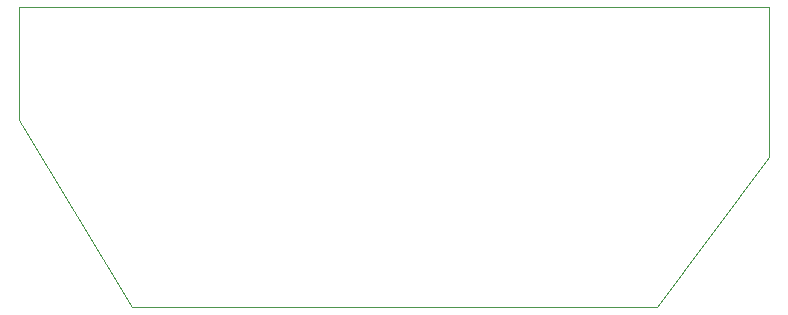
<source format=gbr>
%TF.GenerationSoftware,KiCad,Pcbnew,(5.1.9)-1*%
%TF.CreationDate,2021-11-23T14:08:38+07:00*%
%TF.ProjectId,ADC_SMA,4144435f-534d-4412-9e6b-696361645f70,rev?*%
%TF.SameCoordinates,Original*%
%TF.FileFunction,Profile,NP*%
%FSLAX46Y46*%
G04 Gerber Fmt 4.6, Leading zero omitted, Abs format (unit mm)*
G04 Created by KiCad (PCBNEW (5.1.9)-1) date 2021-11-23 14:08:38*
%MOMM*%
%LPD*%
G01*
G04 APERTURE LIST*
%TA.AperFunction,Profile*%
%ADD10C,0.050000*%
%TD*%
G04 APERTURE END LIST*
D10*
X152400000Y-95250000D02*
X142875000Y-107950000D01*
X152400000Y-82550000D02*
X152400000Y-95250000D01*
X88900000Y-82550000D02*
X152400000Y-82550000D01*
X88900000Y-92075000D02*
X88900000Y-82550000D01*
X98425000Y-107950000D02*
X88900000Y-92075000D01*
X142875000Y-107950000D02*
X98425000Y-107950000D01*
M02*

</source>
